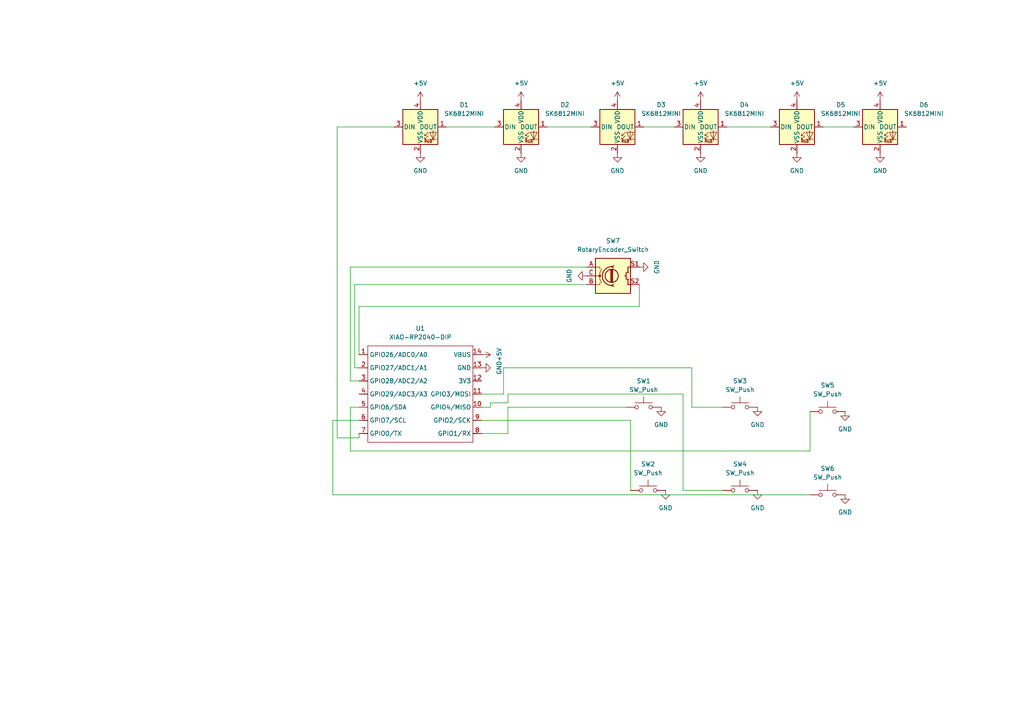
<source format=kicad_sch>
(kicad_sch
	(version 20250114)
	(generator "eeschema")
	(generator_version "9.0")
	(uuid "53675c4b-0890-4533-adab-22f878d48f80")
	(paper "A4")
	(lib_symbols
		(symbol "Device:RotaryEncoder_Switch"
			(pin_names
				(offset 0.254)
				(hide yes)
			)
			(exclude_from_sim no)
			(in_bom yes)
			(on_board yes)
			(property "Reference" "SW"
				(at 0 6.604 0)
				(effects
					(font
						(size 1.27 1.27)
					)
				)
			)
			(property "Value" "RotaryEncoder_Switch"
				(at 0 -6.604 0)
				(effects
					(font
						(size 1.27 1.27)
					)
				)
			)
			(property "Footprint" ""
				(at -3.81 4.064 0)
				(effects
					(font
						(size 1.27 1.27)
					)
					(hide yes)
				)
			)
			(property "Datasheet" "~"
				(at 0 6.604 0)
				(effects
					(font
						(size 1.27 1.27)
					)
					(hide yes)
				)
			)
			(property "Description" "Rotary encoder, dual channel, incremental quadrate outputs, with switch"
				(at 0 0 0)
				(effects
					(font
						(size 1.27 1.27)
					)
					(hide yes)
				)
			)
			(property "ki_keywords" "rotary switch encoder switch push button"
				(at 0 0 0)
				(effects
					(font
						(size 1.27 1.27)
					)
					(hide yes)
				)
			)
			(property "ki_fp_filters" "RotaryEncoder*Switch*"
				(at 0 0 0)
				(effects
					(font
						(size 1.27 1.27)
					)
					(hide yes)
				)
			)
			(symbol "RotaryEncoder_Switch_0_1"
				(rectangle
					(start -5.08 5.08)
					(end 5.08 -5.08)
					(stroke
						(width 0.254)
						(type default)
					)
					(fill
						(type background)
					)
				)
				(polyline
					(pts
						(xy -5.08 2.54) (xy -3.81 2.54) (xy -3.81 2.032)
					)
					(stroke
						(width 0)
						(type default)
					)
					(fill
						(type none)
					)
				)
				(polyline
					(pts
						(xy -5.08 0) (xy -3.81 0) (xy -3.81 -1.016) (xy -3.302 -2.032)
					)
					(stroke
						(width 0)
						(type default)
					)
					(fill
						(type none)
					)
				)
				(polyline
					(pts
						(xy -5.08 -2.54) (xy -3.81 -2.54) (xy -3.81 -2.032)
					)
					(stroke
						(width 0)
						(type default)
					)
					(fill
						(type none)
					)
				)
				(polyline
					(pts
						(xy -4.318 0) (xy -3.81 0) (xy -3.81 1.016) (xy -3.302 2.032)
					)
					(stroke
						(width 0)
						(type default)
					)
					(fill
						(type none)
					)
				)
				(circle
					(center -3.81 0)
					(radius 0.254)
					(stroke
						(width 0)
						(type default)
					)
					(fill
						(type outline)
					)
				)
				(polyline
					(pts
						(xy -0.635 -1.778) (xy -0.635 1.778)
					)
					(stroke
						(width 0.254)
						(type default)
					)
					(fill
						(type none)
					)
				)
				(circle
					(center -0.381 0)
					(radius 1.905)
					(stroke
						(width 0.254)
						(type default)
					)
					(fill
						(type none)
					)
				)
				(polyline
					(pts
						(xy -0.381 -1.778) (xy -0.381 1.778)
					)
					(stroke
						(width 0.254)
						(type default)
					)
					(fill
						(type none)
					)
				)
				(arc
					(start -0.381 -2.794)
					(mid -3.0988 -0.0635)
					(end -0.381 2.667)
					(stroke
						(width 0.254)
						(type default)
					)
					(fill
						(type none)
					)
				)
				(polyline
					(pts
						(xy -0.127 1.778) (xy -0.127 -1.778)
					)
					(stroke
						(width 0.254)
						(type default)
					)
					(fill
						(type none)
					)
				)
				(polyline
					(pts
						(xy 0.254 2.921) (xy -0.508 2.667) (xy 0.127 2.286)
					)
					(stroke
						(width 0.254)
						(type default)
					)
					(fill
						(type none)
					)
				)
				(polyline
					(pts
						(xy 0.254 -3.048) (xy -0.508 -2.794) (xy 0.127 -2.413)
					)
					(stroke
						(width 0.254)
						(type default)
					)
					(fill
						(type none)
					)
				)
				(polyline
					(pts
						(xy 3.81 1.016) (xy 3.81 -1.016)
					)
					(stroke
						(width 0.254)
						(type default)
					)
					(fill
						(type none)
					)
				)
				(polyline
					(pts
						(xy 3.81 0) (xy 3.429 0)
					)
					(stroke
						(width 0.254)
						(type default)
					)
					(fill
						(type none)
					)
				)
				(circle
					(center 4.318 1.016)
					(radius 0.127)
					(stroke
						(width 0.254)
						(type default)
					)
					(fill
						(type none)
					)
				)
				(circle
					(center 4.318 -1.016)
					(radius 0.127)
					(stroke
						(width 0.254)
						(type default)
					)
					(fill
						(type none)
					)
				)
				(polyline
					(pts
						(xy 5.08 2.54) (xy 4.318 2.54) (xy 4.318 1.016)
					)
					(stroke
						(width 0.254)
						(type default)
					)
					(fill
						(type none)
					)
				)
				(polyline
					(pts
						(xy 5.08 -2.54) (xy 4.318 -2.54) (xy 4.318 -1.016)
					)
					(stroke
						(width 0.254)
						(type default)
					)
					(fill
						(type none)
					)
				)
			)
			(symbol "RotaryEncoder_Switch_1_1"
				(pin passive line
					(at -7.62 2.54 0)
					(length 2.54)
					(name "A"
						(effects
							(font
								(size 1.27 1.27)
							)
						)
					)
					(number "A"
						(effects
							(font
								(size 1.27 1.27)
							)
						)
					)
				)
				(pin passive line
					(at -7.62 0 0)
					(length 2.54)
					(name "C"
						(effects
							(font
								(size 1.27 1.27)
							)
						)
					)
					(number "C"
						(effects
							(font
								(size 1.27 1.27)
							)
						)
					)
				)
				(pin passive line
					(at -7.62 -2.54 0)
					(length 2.54)
					(name "B"
						(effects
							(font
								(size 1.27 1.27)
							)
						)
					)
					(number "B"
						(effects
							(font
								(size 1.27 1.27)
							)
						)
					)
				)
				(pin passive line
					(at 7.62 2.54 180)
					(length 2.54)
					(name "S1"
						(effects
							(font
								(size 1.27 1.27)
							)
						)
					)
					(number "S1"
						(effects
							(font
								(size 1.27 1.27)
							)
						)
					)
				)
				(pin passive line
					(at 7.62 -2.54 180)
					(length 2.54)
					(name "S2"
						(effects
							(font
								(size 1.27 1.27)
							)
						)
					)
					(number "S2"
						(effects
							(font
								(size 1.27 1.27)
							)
						)
					)
				)
			)
			(embedded_fonts no)
		)
		(symbol "LED:SK6812MINI"
			(pin_names
				(offset 0.254)
			)
			(exclude_from_sim no)
			(in_bom yes)
			(on_board yes)
			(property "Reference" "D"
				(at 5.08 5.715 0)
				(effects
					(font
						(size 1.27 1.27)
					)
					(justify right bottom)
				)
			)
			(property "Value" "SK6812MINI"
				(at 1.27 -5.715 0)
				(effects
					(font
						(size 1.27 1.27)
					)
					(justify left top)
				)
			)
			(property "Footprint" "LED_SMD:LED_SK6812MINI_PLCC4_3.5x3.5mm_P1.75mm"
				(at 1.27 -7.62 0)
				(effects
					(font
						(size 1.27 1.27)
					)
					(justify left top)
					(hide yes)
				)
			)
			(property "Datasheet" "https://cdn-shop.adafruit.com/product-files/2686/SK6812MINI_REV.01-1-2.pdf"
				(at 2.54 -9.525 0)
				(effects
					(font
						(size 1.27 1.27)
					)
					(justify left top)
					(hide yes)
				)
			)
			(property "Description" "RGB LED with integrated controller"
				(at 0 0 0)
				(effects
					(font
						(size 1.27 1.27)
					)
					(hide yes)
				)
			)
			(property "ki_keywords" "RGB LED NeoPixel Mini addressable"
				(at 0 0 0)
				(effects
					(font
						(size 1.27 1.27)
					)
					(hide yes)
				)
			)
			(property "ki_fp_filters" "LED*SK6812MINI*PLCC*3.5x3.5mm*P1.75mm*"
				(at 0 0 0)
				(effects
					(font
						(size 1.27 1.27)
					)
					(hide yes)
				)
			)
			(symbol "SK6812MINI_0_0"
				(text "RGB"
					(at 2.286 -4.191 0)
					(effects
						(font
							(size 0.762 0.762)
						)
					)
				)
			)
			(symbol "SK6812MINI_0_1"
				(polyline
					(pts
						(xy 1.27 -2.54) (xy 1.778 -2.54)
					)
					(stroke
						(width 0)
						(type default)
					)
					(fill
						(type none)
					)
				)
				(polyline
					(pts
						(xy 1.27 -3.556) (xy 1.778 -3.556)
					)
					(stroke
						(width 0)
						(type default)
					)
					(fill
						(type none)
					)
				)
				(polyline
					(pts
						(xy 2.286 -1.524) (xy 1.27 -2.54) (xy 1.27 -2.032)
					)
					(stroke
						(width 0)
						(type default)
					)
					(fill
						(type none)
					)
				)
				(polyline
					(pts
						(xy 2.286 -2.54) (xy 1.27 -3.556) (xy 1.27 -3.048)
					)
					(stroke
						(width 0)
						(type default)
					)
					(fill
						(type none)
					)
				)
				(polyline
					(pts
						(xy 3.683 -1.016) (xy 3.683 -3.556) (xy 3.683 -4.064)
					)
					(stroke
						(width 0)
						(type default)
					)
					(fill
						(type none)
					)
				)
				(polyline
					(pts
						(xy 4.699 -1.524) (xy 2.667 -1.524) (xy 3.683 -3.556) (xy 4.699 -1.524)
					)
					(stroke
						(width 0)
						(type default)
					)
					(fill
						(type none)
					)
				)
				(polyline
					(pts
						(xy 4.699 -3.556) (xy 2.667 -3.556)
					)
					(stroke
						(width 0)
						(type default)
					)
					(fill
						(type none)
					)
				)
				(rectangle
					(start 5.08 5.08)
					(end -5.08 -5.08)
					(stroke
						(width 0.254)
						(type default)
					)
					(fill
						(type background)
					)
				)
			)
			(symbol "SK6812MINI_1_1"
				(pin input line
					(at -7.62 0 0)
					(length 2.54)
					(name "DIN"
						(effects
							(font
								(size 1.27 1.27)
							)
						)
					)
					(number "3"
						(effects
							(font
								(size 1.27 1.27)
							)
						)
					)
				)
				(pin power_in line
					(at 0 7.62 270)
					(length 2.54)
					(name "VDD"
						(effects
							(font
								(size 1.27 1.27)
							)
						)
					)
					(number "4"
						(effects
							(font
								(size 1.27 1.27)
							)
						)
					)
				)
				(pin power_in line
					(at 0 -7.62 90)
					(length 2.54)
					(name "VSS"
						(effects
							(font
								(size 1.27 1.27)
							)
						)
					)
					(number "2"
						(effects
							(font
								(size 1.27 1.27)
							)
						)
					)
				)
				(pin output line
					(at 7.62 0 180)
					(length 2.54)
					(name "DOUT"
						(effects
							(font
								(size 1.27 1.27)
							)
						)
					)
					(number "1"
						(effects
							(font
								(size 1.27 1.27)
							)
						)
					)
				)
			)
			(embedded_fonts no)
		)
		(symbol "Seeed_Studio_XIAO_Series:XIAO-RP2040-DIP"
			(exclude_from_sim no)
			(in_bom yes)
			(on_board yes)
			(property "Reference" "U"
				(at 0 0 0)
				(effects
					(font
						(size 1.27 1.27)
					)
				)
			)
			(property "Value" "XIAO-RP2040-DIP"
				(at 5.334 -1.778 0)
				(effects
					(font
						(size 1.27 1.27)
					)
				)
			)
			(property "Footprint" "Module:MOUDLE14P-XIAO-DIP-SMD"
				(at 14.478 -32.258 0)
				(effects
					(font
						(size 1.27 1.27)
					)
					(hide yes)
				)
			)
			(property "Datasheet" ""
				(at 0 0 0)
				(effects
					(font
						(size 1.27 1.27)
					)
					(hide yes)
				)
			)
			(property "Description" ""
				(at 0 0 0)
				(effects
					(font
						(size 1.27 1.27)
					)
					(hide yes)
				)
			)
			(symbol "XIAO-RP2040-DIP_1_0"
				(polyline
					(pts
						(xy -1.27 -2.54) (xy 29.21 -2.54)
					)
					(stroke
						(width 0.1524)
						(type solid)
					)
					(fill
						(type none)
					)
				)
				(polyline
					(pts
						(xy -1.27 -5.08) (xy -2.54 -5.08)
					)
					(stroke
						(width 0.1524)
						(type solid)
					)
					(fill
						(type none)
					)
				)
				(polyline
					(pts
						(xy -1.27 -5.08) (xy -1.27 -2.54)
					)
					(stroke
						(width 0.1524)
						(type solid)
					)
					(fill
						(type none)
					)
				)
				(polyline
					(pts
						(xy -1.27 -8.89) (xy -2.54 -8.89)
					)
					(stroke
						(width 0.1524)
						(type solid)
					)
					(fill
						(type none)
					)
				)
				(polyline
					(pts
						(xy -1.27 -8.89) (xy -1.27 -5.08)
					)
					(stroke
						(width 0.1524)
						(type solid)
					)
					(fill
						(type none)
					)
				)
				(polyline
					(pts
						(xy -1.27 -12.7) (xy -2.54 -12.7)
					)
					(stroke
						(width 0.1524)
						(type solid)
					)
					(fill
						(type none)
					)
				)
				(polyline
					(pts
						(xy -1.27 -12.7) (xy -1.27 -8.89)
					)
					(stroke
						(width 0.1524)
						(type solid)
					)
					(fill
						(type none)
					)
				)
				(polyline
					(pts
						(xy -1.27 -16.51) (xy -2.54 -16.51)
					)
					(stroke
						(width 0.1524)
						(type solid)
					)
					(fill
						(type none)
					)
				)
				(polyline
					(pts
						(xy -1.27 -16.51) (xy -1.27 -12.7)
					)
					(stroke
						(width 0.1524)
						(type solid)
					)
					(fill
						(type none)
					)
				)
				(polyline
					(pts
						(xy -1.27 -20.32) (xy -2.54 -20.32)
					)
					(stroke
						(width 0.1524)
						(type solid)
					)
					(fill
						(type none)
					)
				)
				(polyline
					(pts
						(xy -1.27 -24.13) (xy -2.54 -24.13)
					)
					(stroke
						(width 0.1524)
						(type solid)
					)
					(fill
						(type none)
					)
				)
				(polyline
					(pts
						(xy -1.27 -27.94) (xy -2.54 -27.94)
					)
					(stroke
						(width 0.1524)
						(type solid)
					)
					(fill
						(type none)
					)
				)
				(polyline
					(pts
						(xy -1.27 -30.48) (xy -1.27 -16.51)
					)
					(stroke
						(width 0.1524)
						(type solid)
					)
					(fill
						(type none)
					)
				)
				(polyline
					(pts
						(xy 29.21 -2.54) (xy 29.21 -5.08)
					)
					(stroke
						(width 0.1524)
						(type solid)
					)
					(fill
						(type none)
					)
				)
				(polyline
					(pts
						(xy 29.21 -5.08) (xy 29.21 -8.89)
					)
					(stroke
						(width 0.1524)
						(type solid)
					)
					(fill
						(type none)
					)
				)
				(polyline
					(pts
						(xy 29.21 -8.89) (xy 29.21 -12.7)
					)
					(stroke
						(width 0.1524)
						(type solid)
					)
					(fill
						(type none)
					)
				)
				(polyline
					(pts
						(xy 29.21 -12.7) (xy 29.21 -30.48)
					)
					(stroke
						(width 0.1524)
						(type solid)
					)
					(fill
						(type none)
					)
				)
				(polyline
					(pts
						(xy 29.21 -30.48) (xy -1.27 -30.48)
					)
					(stroke
						(width 0.1524)
						(type solid)
					)
					(fill
						(type none)
					)
				)
				(polyline
					(pts
						(xy 30.48 -5.08) (xy 29.21 -5.08)
					)
					(stroke
						(width 0.1524)
						(type solid)
					)
					(fill
						(type none)
					)
				)
				(polyline
					(pts
						(xy 30.48 -8.89) (xy 29.21 -8.89)
					)
					(stroke
						(width 0.1524)
						(type solid)
					)
					(fill
						(type none)
					)
				)
				(polyline
					(pts
						(xy 30.48 -12.7) (xy 29.21 -12.7)
					)
					(stroke
						(width 0.1524)
						(type solid)
					)
					(fill
						(type none)
					)
				)
				(polyline
					(pts
						(xy 30.48 -16.51) (xy 29.21 -16.51)
					)
					(stroke
						(width 0.1524)
						(type solid)
					)
					(fill
						(type none)
					)
				)
				(polyline
					(pts
						(xy 30.48 -20.32) (xy 29.21 -20.32)
					)
					(stroke
						(width 0.1524)
						(type solid)
					)
					(fill
						(type none)
					)
				)
				(polyline
					(pts
						(xy 30.48 -24.13) (xy 29.21 -24.13)
					)
					(stroke
						(width 0.1524)
						(type solid)
					)
					(fill
						(type none)
					)
				)
				(polyline
					(pts
						(xy 30.48 -27.94) (xy 29.21 -27.94)
					)
					(stroke
						(width 0.1524)
						(type solid)
					)
					(fill
						(type none)
					)
				)
				(pin passive line
					(at -3.81 -5.08 0)
					(length 2.54)
					(name "GPIO26/ADC0/A0"
						(effects
							(font
								(size 1.27 1.27)
							)
						)
					)
					(number "1"
						(effects
							(font
								(size 1.27 1.27)
							)
						)
					)
				)
				(pin passive line
					(at -3.81 -8.89 0)
					(length 2.54)
					(name "GPIO27/ADC1/A1"
						(effects
							(font
								(size 1.27 1.27)
							)
						)
					)
					(number "2"
						(effects
							(font
								(size 1.27 1.27)
							)
						)
					)
				)
				(pin passive line
					(at -3.81 -12.7 0)
					(length 2.54)
					(name "GPIO28/ADC2/A2"
						(effects
							(font
								(size 1.27 1.27)
							)
						)
					)
					(number "3"
						(effects
							(font
								(size 1.27 1.27)
							)
						)
					)
				)
				(pin passive line
					(at -3.81 -16.51 0)
					(length 2.54)
					(name "GPIO29/ADC3/A3"
						(effects
							(font
								(size 1.27 1.27)
							)
						)
					)
					(number "4"
						(effects
							(font
								(size 1.27 1.27)
							)
						)
					)
				)
				(pin passive line
					(at -3.81 -20.32 0)
					(length 2.54)
					(name "GPIO6/SDA"
						(effects
							(font
								(size 1.27 1.27)
							)
						)
					)
					(number "5"
						(effects
							(font
								(size 1.27 1.27)
							)
						)
					)
				)
				(pin passive line
					(at -3.81 -24.13 0)
					(length 2.54)
					(name "GPIO7/SCL"
						(effects
							(font
								(size 1.27 1.27)
							)
						)
					)
					(number "6"
						(effects
							(font
								(size 1.27 1.27)
							)
						)
					)
				)
				(pin passive line
					(at -3.81 -27.94 0)
					(length 2.54)
					(name "GPIO0/TX"
						(effects
							(font
								(size 1.27 1.27)
							)
						)
					)
					(number "7"
						(effects
							(font
								(size 1.27 1.27)
							)
						)
					)
				)
				(pin passive line
					(at 31.75 -5.08 180)
					(length 2.54)
					(name "VBUS"
						(effects
							(font
								(size 1.27 1.27)
							)
						)
					)
					(number "14"
						(effects
							(font
								(size 1.27 1.27)
							)
						)
					)
				)
				(pin passive line
					(at 31.75 -8.89 180)
					(length 2.54)
					(name "GND"
						(effects
							(font
								(size 1.27 1.27)
							)
						)
					)
					(number "13"
						(effects
							(font
								(size 1.27 1.27)
							)
						)
					)
				)
				(pin passive line
					(at 31.75 -12.7 180)
					(length 2.54)
					(name "3V3"
						(effects
							(font
								(size 1.27 1.27)
							)
						)
					)
					(number "12"
						(effects
							(font
								(size 1.27 1.27)
							)
						)
					)
				)
				(pin passive line
					(at 31.75 -16.51 180)
					(length 2.54)
					(name "GPIO3/MOSI"
						(effects
							(font
								(size 1.27 1.27)
							)
						)
					)
					(number "11"
						(effects
							(font
								(size 1.27 1.27)
							)
						)
					)
				)
				(pin passive line
					(at 31.75 -20.32 180)
					(length 2.54)
					(name "GPIO4/MISO"
						(effects
							(font
								(size 1.27 1.27)
							)
						)
					)
					(number "10"
						(effects
							(font
								(size 1.27 1.27)
							)
						)
					)
				)
				(pin passive line
					(at 31.75 -24.13 180)
					(length 2.54)
					(name "GPIO2/SCK"
						(effects
							(font
								(size 1.27 1.27)
							)
						)
					)
					(number "9"
						(effects
							(font
								(size 1.27 1.27)
							)
						)
					)
				)
				(pin passive line
					(at 31.75 -27.94 180)
					(length 2.54)
					(name "GPIO1/RX"
						(effects
							(font
								(size 1.27 1.27)
							)
						)
					)
					(number "8"
						(effects
							(font
								(size 1.27 1.27)
							)
						)
					)
				)
			)
			(embedded_fonts no)
		)
		(symbol "Switch:SW_Push"
			(pin_numbers
				(hide yes)
			)
			(pin_names
				(offset 1.016)
				(hide yes)
			)
			(exclude_from_sim no)
			(in_bom yes)
			(on_board yes)
			(property "Reference" "SW"
				(at 1.27 2.54 0)
				(effects
					(font
						(size 1.27 1.27)
					)
					(justify left)
				)
			)
			(property "Value" "SW_Push"
				(at 0 -1.524 0)
				(effects
					(font
						(size 1.27 1.27)
					)
				)
			)
			(property "Footprint" ""
				(at 0 5.08 0)
				(effects
					(font
						(size 1.27 1.27)
					)
					(hide yes)
				)
			)
			(property "Datasheet" "~"
				(at 0 5.08 0)
				(effects
					(font
						(size 1.27 1.27)
					)
					(hide yes)
				)
			)
			(property "Description" "Push button switch, generic, two pins"
				(at 0 0 0)
				(effects
					(font
						(size 1.27 1.27)
					)
					(hide yes)
				)
			)
			(property "ki_keywords" "switch normally-open pushbutton push-button"
				(at 0 0 0)
				(effects
					(font
						(size 1.27 1.27)
					)
					(hide yes)
				)
			)
			(symbol "SW_Push_0_1"
				(circle
					(center -2.032 0)
					(radius 0.508)
					(stroke
						(width 0)
						(type default)
					)
					(fill
						(type none)
					)
				)
				(polyline
					(pts
						(xy 0 1.27) (xy 0 3.048)
					)
					(stroke
						(width 0)
						(type default)
					)
					(fill
						(type none)
					)
				)
				(circle
					(center 2.032 0)
					(radius 0.508)
					(stroke
						(width 0)
						(type default)
					)
					(fill
						(type none)
					)
				)
				(polyline
					(pts
						(xy 2.54 1.27) (xy -2.54 1.27)
					)
					(stroke
						(width 0)
						(type default)
					)
					(fill
						(type none)
					)
				)
				(pin passive line
					(at -5.08 0 0)
					(length 2.54)
					(name "1"
						(effects
							(font
								(size 1.27 1.27)
							)
						)
					)
					(number "1"
						(effects
							(font
								(size 1.27 1.27)
							)
						)
					)
				)
				(pin passive line
					(at 5.08 0 180)
					(length 2.54)
					(name "2"
						(effects
							(font
								(size 1.27 1.27)
							)
						)
					)
					(number "2"
						(effects
							(font
								(size 1.27 1.27)
							)
						)
					)
				)
			)
			(embedded_fonts no)
		)
		(symbol "power:+5V"
			(power)
			(pin_numbers
				(hide yes)
			)
			(pin_names
				(offset 0)
				(hide yes)
			)
			(exclude_from_sim no)
			(in_bom yes)
			(on_board yes)
			(property "Reference" "#PWR"
				(at 0 -3.81 0)
				(effects
					(font
						(size 1.27 1.27)
					)
					(hide yes)
				)
			)
			(property "Value" "+5V"
				(at 0 3.556 0)
				(effects
					(font
						(size 1.27 1.27)
					)
				)
			)
			(property "Footprint" ""
				(at 0 0 0)
				(effects
					(font
						(size 1.27 1.27)
					)
					(hide yes)
				)
			)
			(property "Datasheet" ""
				(at 0 0 0)
				(effects
					(font
						(size 1.27 1.27)
					)
					(hide yes)
				)
			)
			(property "Description" "Power symbol creates a global label with name \"+5V\""
				(at 0 0 0)
				(effects
					(font
						(size 1.27 1.27)
					)
					(hide yes)
				)
			)
			(property "ki_keywords" "global power"
				(at 0 0 0)
				(effects
					(font
						(size 1.27 1.27)
					)
					(hide yes)
				)
			)
			(symbol "+5V_0_1"
				(polyline
					(pts
						(xy -0.762 1.27) (xy 0 2.54)
					)
					(stroke
						(width 0)
						(type default)
					)
					(fill
						(type none)
					)
				)
				(polyline
					(pts
						(xy 0 2.54) (xy 0.762 1.27)
					)
					(stroke
						(width 0)
						(type default)
					)
					(fill
						(type none)
					)
				)
				(polyline
					(pts
						(xy 0 0) (xy 0 2.54)
					)
					(stroke
						(width 0)
						(type default)
					)
					(fill
						(type none)
					)
				)
			)
			(symbol "+5V_1_1"
				(pin power_in line
					(at 0 0 90)
					(length 0)
					(name "~"
						(effects
							(font
								(size 1.27 1.27)
							)
						)
					)
					(number "1"
						(effects
							(font
								(size 1.27 1.27)
							)
						)
					)
				)
			)
			(embedded_fonts no)
		)
		(symbol "power:GND"
			(power)
			(pin_numbers
				(hide yes)
			)
			(pin_names
				(offset 0)
				(hide yes)
			)
			(exclude_from_sim no)
			(in_bom yes)
			(on_board yes)
			(property "Reference" "#PWR"
				(at 0 -6.35 0)
				(effects
					(font
						(size 1.27 1.27)
					)
					(hide yes)
				)
			)
			(property "Value" "GND"
				(at 0 -3.81 0)
				(effects
					(font
						(size 1.27 1.27)
					)
				)
			)
			(property "Footprint" ""
				(at 0 0 0)
				(effects
					(font
						(size 1.27 1.27)
					)
					(hide yes)
				)
			)
			(property "Datasheet" ""
				(at 0 0 0)
				(effects
					(font
						(size 1.27 1.27)
					)
					(hide yes)
				)
			)
			(property "Description" "Power symbol creates a global label with name \"GND\" , ground"
				(at 0 0 0)
				(effects
					(font
						(size 1.27 1.27)
					)
					(hide yes)
				)
			)
			(property "ki_keywords" "global power"
				(at 0 0 0)
				(effects
					(font
						(size 1.27 1.27)
					)
					(hide yes)
				)
			)
			(symbol "GND_0_1"
				(polyline
					(pts
						(xy 0 0) (xy 0 -1.27) (xy 1.27 -1.27) (xy 0 -2.54) (xy -1.27 -1.27) (xy 0 -1.27)
					)
					(stroke
						(width 0)
						(type default)
					)
					(fill
						(type none)
					)
				)
			)
			(symbol "GND_1_1"
				(pin power_in line
					(at 0 0 270)
					(length 0)
					(name "~"
						(effects
							(font
								(size 1.27 1.27)
							)
						)
					)
					(number "1"
						(effects
							(font
								(size 1.27 1.27)
							)
						)
					)
				)
			)
			(embedded_fonts no)
		)
	)
	(wire
		(pts
			(xy 96.52 121.92) (xy 104.14 121.92)
		)
		(stroke
			(width 0)
			(type default)
		)
		(uuid "0156ec60-017a-4c41-b4a3-9fc0479e3962")
	)
	(wire
		(pts
			(xy 158.75 36.83) (xy 171.45 36.83)
		)
		(stroke
			(width 0)
			(type default)
		)
		(uuid "070a9e5c-54b9-47df-93c8-1f5dd3f357ef")
	)
	(wire
		(pts
			(xy 234.95 119.38) (xy 234.95 130.81)
		)
		(stroke
			(width 0)
			(type default)
		)
		(uuid "0f5cbd7f-690a-417f-9850-ee3d7dc193ff")
	)
	(wire
		(pts
			(xy 185.42 82.55) (xy 185.42 88.9)
		)
		(stroke
			(width 0)
			(type default)
		)
		(uuid "10ea788f-98f3-404e-ac6e-0fdba5701fb1")
	)
	(wire
		(pts
			(xy 101.6 130.81) (xy 101.6 118.11)
		)
		(stroke
			(width 0)
			(type default)
		)
		(uuid "1948c79f-57ba-4ff9-bec2-eedde32ef110")
	)
	(wire
		(pts
			(xy 104.14 127) (xy 104.14 125.73)
		)
		(stroke
			(width 0)
			(type default)
		)
		(uuid "2d7f4252-6a29-43ca-83ce-7a05ac90aaf6")
	)
	(wire
		(pts
			(xy 97.79 127) (xy 104.14 127)
		)
		(stroke
			(width 0)
			(type default)
		)
		(uuid "30cb491b-06ff-4a9d-bb8d-717e3879899b")
	)
	(wire
		(pts
			(xy 200.66 106.68) (xy 146.05 106.68)
		)
		(stroke
			(width 0)
			(type default)
		)
		(uuid "329c6afe-76b5-4fd2-9ffb-794a9f67d0e0")
	)
	(wire
		(pts
			(xy 114.3 36.83) (xy 97.79 36.83)
		)
		(stroke
			(width 0)
			(type default)
		)
		(uuid "3430faf8-0a48-4667-bfda-4c8ce1b509bb")
	)
	(wire
		(pts
			(xy 147.32 116.84) (xy 142.24 116.84)
		)
		(stroke
			(width 0)
			(type default)
		)
		(uuid "3cc80c04-45c0-4afe-ad10-d4517f206976")
	)
	(wire
		(pts
			(xy 147.32 118.11) (xy 147.32 125.73)
		)
		(stroke
			(width 0)
			(type default)
		)
		(uuid "477996fa-c33a-4a59-8e0f-7f7e1d69b95d")
	)
	(wire
		(pts
			(xy 102.87 106.68) (xy 104.14 106.68)
		)
		(stroke
			(width 0)
			(type default)
		)
		(uuid "54f5dad8-2962-4451-b028-ca1111f5d8f9")
	)
	(wire
		(pts
			(xy 170.18 77.47) (xy 101.6 77.47)
		)
		(stroke
			(width 0)
			(type default)
		)
		(uuid "67a6b08e-623b-4895-bbd3-c38af1b1dd44")
	)
	(wire
		(pts
			(xy 146.05 106.68) (xy 146.05 114.3)
		)
		(stroke
			(width 0)
			(type default)
		)
		(uuid "6ef431b2-2401-41fc-9780-a76115dde90d")
	)
	(wire
		(pts
			(xy 147.32 125.73) (xy 139.7 125.73)
		)
		(stroke
			(width 0)
			(type default)
		)
		(uuid "76a2d52d-b69c-4998-b055-b72bc201a1aa")
	)
	(wire
		(pts
			(xy 96.52 143.51) (xy 96.52 121.92)
		)
		(stroke
			(width 0)
			(type default)
		)
		(uuid "80e01c4b-78cd-458e-90f4-a3624ce60711")
	)
	(wire
		(pts
			(xy 234.95 130.81) (xy 101.6 130.81)
		)
		(stroke
			(width 0)
			(type default)
		)
		(uuid "8b85b193-882c-416f-af9a-2549a6c069b4")
	)
	(wire
		(pts
			(xy 101.6 118.11) (xy 104.14 118.11)
		)
		(stroke
			(width 0)
			(type default)
		)
		(uuid "8e10f505-3533-4b65-98bb-06fc63bcc92e")
	)
	(wire
		(pts
			(xy 238.76 36.83) (xy 247.65 36.83)
		)
		(stroke
			(width 0)
			(type default)
		)
		(uuid "9018910f-4bc5-4d3f-a270-4f91f4fe122e")
	)
	(wire
		(pts
			(xy 142.24 118.11) (xy 139.7 118.11)
		)
		(stroke
			(width 0)
			(type default)
		)
		(uuid "91802914-49f6-4d18-b1df-f72744adf61f")
	)
	(wire
		(pts
			(xy 198.12 142.24) (xy 198.12 114.3)
		)
		(stroke
			(width 0)
			(type default)
		)
		(uuid "91c33b3f-c610-4522-8f08-2b8f3aebe942")
	)
	(wire
		(pts
			(xy 234.95 143.51) (xy 96.52 143.51)
		)
		(stroke
			(width 0)
			(type default)
		)
		(uuid "96fcb02a-2c95-4ef3-8be5-ac022141ec15")
	)
	(wire
		(pts
			(xy 186.69 36.83) (xy 195.58 36.83)
		)
		(stroke
			(width 0)
			(type default)
		)
		(uuid "99df1fb8-ed3d-4064-9b15-06418f722f5b")
	)
	(wire
		(pts
			(xy 104.14 88.9) (xy 104.14 102.87)
		)
		(stroke
			(width 0)
			(type default)
		)
		(uuid "a45c7452-e945-4b6b-a655-97fde7719ad4")
	)
	(wire
		(pts
			(xy 147.32 114.3) (xy 198.12 114.3)
		)
		(stroke
			(width 0)
			(type default)
		)
		(uuid "a5195346-001d-4c51-b5bb-bd6663309c62")
	)
	(wire
		(pts
			(xy 182.88 142.24) (xy 182.88 121.92)
		)
		(stroke
			(width 0)
			(type default)
		)
		(uuid "a84189bc-b004-4461-9838-e3422861d4e4")
	)
	(wire
		(pts
			(xy 146.05 114.3) (xy 139.7 114.3)
		)
		(stroke
			(width 0)
			(type default)
		)
		(uuid "a94c1abf-e4b8-4189-8de5-afa5e2db9c76")
	)
	(wire
		(pts
			(xy 102.87 82.55) (xy 102.87 106.68)
		)
		(stroke
			(width 0)
			(type default)
		)
		(uuid "a9a4fe92-cea9-4b0e-8031-ddde8916f041")
	)
	(wire
		(pts
			(xy 181.61 118.11) (xy 147.32 118.11)
		)
		(stroke
			(width 0)
			(type default)
		)
		(uuid "a9b712c1-60a8-4241-b58b-7f7a9a4e217a")
	)
	(wire
		(pts
			(xy 210.82 36.83) (xy 223.52 36.83)
		)
		(stroke
			(width 0)
			(type default)
		)
		(uuid "b195cf86-621f-4d3f-812e-ac002fa19542")
	)
	(wire
		(pts
			(xy 101.6 110.49) (xy 104.14 110.49)
		)
		(stroke
			(width 0)
			(type default)
		)
		(uuid "b75e27f6-5192-4fa4-ab0e-3bdb8d48a466")
	)
	(wire
		(pts
			(xy 185.42 88.9) (xy 104.14 88.9)
		)
		(stroke
			(width 0)
			(type default)
		)
		(uuid "b790abf2-3056-4327-ac78-2a674a6063fa")
	)
	(wire
		(pts
			(xy 200.66 118.11) (xy 200.66 106.68)
		)
		(stroke
			(width 0)
			(type default)
		)
		(uuid "c3601224-7e80-475d-b2c2-31464495bc89")
	)
	(wire
		(pts
			(xy 209.55 142.24) (xy 198.12 142.24)
		)
		(stroke
			(width 0)
			(type default)
		)
		(uuid "c5834a7c-6b85-477d-803a-0ef72e71eb79")
	)
	(wire
		(pts
			(xy 101.6 77.47) (xy 101.6 110.49)
		)
		(stroke
			(width 0)
			(type default)
		)
		(uuid "cbd1cfdd-6043-4d06-ae7f-fca8528d2cfd")
	)
	(wire
		(pts
			(xy 129.54 36.83) (xy 143.51 36.83)
		)
		(stroke
			(width 0)
			(type default)
		)
		(uuid "cbf02c7c-86da-4e3f-8243-7df1e6959d4c")
	)
	(wire
		(pts
			(xy 170.18 82.55) (xy 102.87 82.55)
		)
		(stroke
			(width 0)
			(type default)
		)
		(uuid "cc537d87-eef1-4d3c-86b6-920ac75e2af0")
	)
	(wire
		(pts
			(xy 209.55 118.11) (xy 200.66 118.11)
		)
		(stroke
			(width 0)
			(type default)
		)
		(uuid "d1b47757-b652-4b8e-9ed2-cb3813f2aa09")
	)
	(wire
		(pts
			(xy 147.32 114.3) (xy 147.32 116.84)
		)
		(stroke
			(width 0)
			(type default)
		)
		(uuid "e003721a-3380-4252-8866-d9b7eedc195c")
	)
	(wire
		(pts
			(xy 182.88 121.92) (xy 139.7 121.92)
		)
		(stroke
			(width 0)
			(type default)
		)
		(uuid "e6f045ce-bded-4646-a6b9-27a2f3208343")
	)
	(wire
		(pts
			(xy 97.79 36.83) (xy 97.79 127)
		)
		(stroke
			(width 0)
			(type default)
		)
		(uuid "f19e6955-40de-49cd-801e-64f821acfc9e")
	)
	(wire
		(pts
			(xy 142.24 116.84) (xy 142.24 118.11)
		)
		(stroke
			(width 0)
			(type default)
		)
		(uuid "f58679b6-1172-47f7-8e69-42bfdf1b03d0")
	)
	(symbol
		(lib_id "Seeed_Studio_XIAO_Series:XIAO-RP2040-DIP")
		(at 107.95 97.79 0)
		(unit 1)
		(exclude_from_sim no)
		(in_bom yes)
		(on_board yes)
		(dnp no)
		(fields_autoplaced yes)
		(uuid "0c85015d-ad4d-419b-b264-905d82c52773")
		(property "Reference" "U1"
			(at 121.92 95.25 0)
			(effects
				(font
					(size 1.27 1.27)
				)
			)
		)
		(property "Value" "XIAO-RP2040-DIP"
			(at 121.92 97.79 0)
			(effects
				(font
					(size 1.27 1.27)
				)
			)
		)
		(property "Footprint" "RF_Module:MCU_Seeed_ESP32C3"
			(at 122.428 130.048 0)
			(effects
				(font
					(size 1.27 1.27)
				)
				(hide yes)
			)
		)
		(property "Datasheet" ""
			(at 107.95 97.79 0)
			(effects
				(font
					(size 1.27 1.27)
				)
				(hide yes)
			)
		)
		(property "Description" ""
			(at 107.95 97.79 0)
			(effects
				(font
					(size 1.27 1.27)
				)
				(hide yes)
			)
		)
		(pin "7"
			(uuid "7765d5bf-97da-4ee1-a36d-51ecee1d2627")
		)
		(pin "14"
			(uuid "297c3e21-9347-4112-95dd-0452ea32a4b1")
		)
		(pin "2"
			(uuid "5830e902-460d-4f98-930d-af50298286ac")
		)
		(pin "1"
			(uuid "76f5054b-a50c-4cd0-b96c-57fa52c71a29")
		)
		(pin "13"
			(uuid "07e05463-7318-4181-b112-19a1add2d58f")
		)
		(pin "12"
			(uuid "f8e4b314-e8c3-4789-aab1-8410c8a68dbc")
		)
		(pin "11"
			(uuid "bb87931c-f366-41e9-9740-8ee955a417cf")
		)
		(pin "10"
			(uuid "ecb73958-e460-47be-97a5-828dcd468402")
		)
		(pin "9"
			(uuid "9529fd22-c638-44af-97ed-c5e6393243de")
		)
		(pin "8"
			(uuid "38d41bdf-a169-4e49-a57b-a4a5ac340519")
		)
		(pin "3"
			(uuid "cb6854b2-f572-460a-9b18-99248abd1b9e")
		)
		(pin "4"
			(uuid "157cfe94-54d8-4c59-94a2-37676c460288")
		)
		(pin "5"
			(uuid "8bf58f36-3d13-4c60-b719-a11c9aaddbd0")
		)
		(pin "6"
			(uuid "a0a1995e-69b6-4e38-8b98-a36ba51f7f0e")
		)
		(instances
			(project ""
				(path "/53675c4b-0890-4533-adab-22f878d48f80"
					(reference "U1")
					(unit 1)
				)
			)
		)
	)
	(symbol
		(lib_id "Switch:SW_Push")
		(at 214.63 142.24 0)
		(unit 1)
		(exclude_from_sim no)
		(in_bom yes)
		(on_board yes)
		(dnp no)
		(fields_autoplaced yes)
		(uuid "0e513137-095b-479d-a95e-d554686b97c1")
		(property "Reference" "SW4"
			(at 214.63 134.62 0)
			(effects
				(font
					(size 1.27 1.27)
				)
			)
		)
		(property "Value" "SW_Push"
			(at 214.63 137.16 0)
			(effects
				(font
					(size 1.27 1.27)
				)
			)
		)
		(property "Footprint" "Button_Switch_Keyboard:SW_Cherry_MX_1.00u_PCB"
			(at 214.63 137.16 0)
			(effects
				(font
					(size 1.27 1.27)
				)
				(hide yes)
			)
		)
		(property "Datasheet" "~"
			(at 214.63 137.16 0)
			(effects
				(font
					(size 1.27 1.27)
				)
				(hide yes)
			)
		)
		(property "Description" "Push button switch, generic, two pins"
			(at 214.63 142.24 0)
			(effects
				(font
					(size 1.27 1.27)
				)
				(hide yes)
			)
		)
		(pin "2"
			(uuid "c660bfa6-4f84-4a42-ae2d-4b470c5ed9fc")
		)
		(pin "1"
			(uuid "69fe88ef-ad3e-41d6-8d4a-f9e97092644a")
		)
		(instances
			(project "Macropad"
				(path "/53675c4b-0890-4533-adab-22f878d48f80"
					(reference "SW4")
					(unit 1)
				)
			)
		)
	)
	(symbol
		(lib_id "power:GND")
		(at 191.77 118.11 0)
		(unit 1)
		(exclude_from_sim no)
		(in_bom yes)
		(on_board yes)
		(dnp no)
		(fields_autoplaced yes)
		(uuid "1907bba9-ce7e-4d88-a917-7fb979e02020")
		(property "Reference" "#PWR03"
			(at 191.77 124.46 0)
			(effects
				(font
					(size 1.27 1.27)
				)
				(hide yes)
			)
		)
		(property "Value" "GND"
			(at 191.77 123.19 0)
			(effects
				(font
					(size 1.27 1.27)
				)
			)
		)
		(property "Footprint" ""
			(at 191.77 118.11 0)
			(effects
				(font
					(size 1.27 1.27)
				)
				(hide yes)
			)
		)
		(property "Datasheet" ""
			(at 191.77 118.11 0)
			(effects
				(font
					(size 1.27 1.27)
				)
				(hide yes)
			)
		)
		(property "Description" "Power symbol creates a global label with name \"GND\" , ground"
			(at 191.77 118.11 0)
			(effects
				(font
					(size 1.27 1.27)
				)
				(hide yes)
			)
		)
		(pin "1"
			(uuid "8746a315-894e-48da-a4c2-ce447b1d26e7")
		)
		(instances
			(project ""
				(path "/53675c4b-0890-4533-adab-22f878d48f80"
					(reference "#PWR03")
					(unit 1)
				)
			)
		)
	)
	(symbol
		(lib_id "power:+5V")
		(at 203.2 29.21 0)
		(unit 1)
		(exclude_from_sim no)
		(in_bom yes)
		(on_board yes)
		(dnp no)
		(fields_autoplaced yes)
		(uuid "1fcc3c3b-4d40-4508-930b-f0a3c4dc40d2")
		(property "Reference" "#PWR08"
			(at 203.2 33.02 0)
			(effects
				(font
					(size 1.27 1.27)
				)
				(hide yes)
			)
		)
		(property "Value" "+5V"
			(at 203.2 24.13 0)
			(effects
				(font
					(size 1.27 1.27)
				)
			)
		)
		(property "Footprint" ""
			(at 203.2 29.21 0)
			(effects
				(font
					(size 1.27 1.27)
				)
				(hide yes)
			)
		)
		(property "Datasheet" ""
			(at 203.2 29.21 0)
			(effects
				(font
					(size 1.27 1.27)
				)
				(hide yes)
			)
		)
		(property "Description" "Power symbol creates a global label with name \"+5V\""
			(at 203.2 29.21 0)
			(effects
				(font
					(size 1.27 1.27)
				)
				(hide yes)
			)
		)
		(pin "1"
			(uuid "004045df-ea16-4ef9-95f7-6d8b9edc8f0c")
		)
		(instances
			(project "Macropad"
				(path "/53675c4b-0890-4533-adab-22f878d48f80"
					(reference "#PWR08")
					(unit 1)
				)
			)
		)
	)
	(symbol
		(lib_id "power:+5V")
		(at 139.7 102.87 270)
		(unit 1)
		(exclude_from_sim no)
		(in_bom yes)
		(on_board yes)
		(dnp no)
		(fields_autoplaced yes)
		(uuid "21f814aa-dad9-4d86-a14d-9b798408a99c")
		(property "Reference" "#PWR022"
			(at 135.89 102.87 0)
			(effects
				(font
					(size 1.27 1.27)
				)
				(hide yes)
			)
		)
		(property "Value" "+5V"
			(at 144.78 102.87 0)
			(effects
				(font
					(size 1.27 1.27)
				)
			)
		)
		(property "Footprint" ""
			(at 139.7 102.87 0)
			(effects
				(font
					(size 1.27 1.27)
				)
				(hide yes)
			)
		)
		(property "Datasheet" ""
			(at 139.7 102.87 0)
			(effects
				(font
					(size 1.27 1.27)
				)
				(hide yes)
			)
		)
		(property "Description" "Power symbol creates a global label with name \"+5V\""
			(at 139.7 102.87 0)
			(effects
				(font
					(size 1.27 1.27)
				)
				(hide yes)
			)
		)
		(pin "1"
			(uuid "b0bb5931-bf46-447c-b3ce-df10c9db5792")
		)
		(instances
			(project ""
				(path "/53675c4b-0890-4533-adab-22f878d48f80"
					(reference "#PWR022")
					(unit 1)
				)
			)
		)
	)
	(symbol
		(lib_id "power:+5V")
		(at 179.07 29.21 0)
		(unit 1)
		(exclude_from_sim no)
		(in_bom yes)
		(on_board yes)
		(dnp no)
		(fields_autoplaced yes)
		(uuid "2d065f6f-5893-4b3a-b91b-a354cd1a70af")
		(property "Reference" "#PWR06"
			(at 179.07 33.02 0)
			(effects
				(font
					(size 1.27 1.27)
				)
				(hide yes)
			)
		)
		(property "Value" "+5V"
			(at 179.07 24.13 0)
			(effects
				(font
					(size 1.27 1.27)
				)
			)
		)
		(property "Footprint" ""
			(at 179.07 29.21 0)
			(effects
				(font
					(size 1.27 1.27)
				)
				(hide yes)
			)
		)
		(property "Datasheet" ""
			(at 179.07 29.21 0)
			(effects
				(font
					(size 1.27 1.27)
				)
				(hide yes)
			)
		)
		(property "Description" "Power symbol creates a global label with name \"+5V\""
			(at 179.07 29.21 0)
			(effects
				(font
					(size 1.27 1.27)
				)
				(hide yes)
			)
		)
		(pin "1"
			(uuid "c12e00ab-d716-40b3-b70f-7e4c40d29c31")
		)
		(instances
			(project "Macropad"
				(path "/53675c4b-0890-4533-adab-22f878d48f80"
					(reference "#PWR06")
					(unit 1)
				)
			)
		)
	)
	(symbol
		(lib_id "Switch:SW_Push")
		(at 187.96 142.24 0)
		(unit 1)
		(exclude_from_sim no)
		(in_bom yes)
		(on_board yes)
		(dnp no)
		(fields_autoplaced yes)
		(uuid "314f0304-393f-4cbb-8aa1-237b013cbac0")
		(property "Reference" "SW2"
			(at 187.96 134.62 0)
			(effects
				(font
					(size 1.27 1.27)
				)
			)
		)
		(property "Value" "SW_Push"
			(at 187.96 137.16 0)
			(effects
				(font
					(size 1.27 1.27)
				)
			)
		)
		(property "Footprint" "Button_Switch_Keyboard:SW_Cherry_MX_1.00u_PCB"
			(at 187.96 137.16 0)
			(effects
				(font
					(size 1.27 1.27)
				)
				(hide yes)
			)
		)
		(property "Datasheet" "~"
			(at 187.96 137.16 0)
			(effects
				(font
					(size 1.27 1.27)
				)
				(hide yes)
			)
		)
		(property "Description" "Push button switch, generic, two pins"
			(at 187.96 142.24 0)
			(effects
				(font
					(size 1.27 1.27)
				)
				(hide yes)
			)
		)
		(pin "2"
			(uuid "1f9bc85b-6ee6-435b-980d-1a8f4418f803")
		)
		(pin "1"
			(uuid "792e40eb-59da-454d-bbac-f6ee84ef70eb")
		)
		(instances
			(project "Macropad"
				(path "/53675c4b-0890-4533-adab-22f878d48f80"
					(reference "SW2")
					(unit 1)
				)
			)
		)
	)
	(symbol
		(lib_id "LED:SK6812MINI")
		(at 179.07 36.83 0)
		(unit 1)
		(exclude_from_sim no)
		(in_bom yes)
		(on_board yes)
		(dnp no)
		(fields_autoplaced yes)
		(uuid "31b87cf0-f101-443d-8b4a-35f4fa13d063")
		(property "Reference" "D3"
			(at 191.77 30.4098 0)
			(effects
				(font
					(size 1.27 1.27)
				)
			)
		)
		(property "Value" "SK6812MINI"
			(at 191.77 32.9498 0)
			(effects
				(font
					(size 1.27 1.27)
				)
			)
		)
		(property "Footprint" "LED_SMD:LED_SK6812MINI_PLCC4_3.5x3.5mm_P1.75mm"
			(at 180.34 44.45 0)
			(effects
				(font
					(size 1.27 1.27)
				)
				(justify left top)
				(hide yes)
			)
		)
		(property "Datasheet" "https://cdn-shop.adafruit.com/product-files/2686/SK6812MINI_REV.01-1-2.pdf"
			(at 181.61 46.355 0)
			(effects
				(font
					(size 1.27 1.27)
				)
				(justify left top)
				(hide yes)
			)
		)
		(property "Description" "RGB LED with integrated controller"
			(at 179.07 36.83 0)
			(effects
				(font
					(size 1.27 1.27)
				)
				(hide yes)
			)
		)
		(pin "2"
			(uuid "33844cb8-da33-4817-9428-03c9727f3129")
		)
		(pin "1"
			(uuid "e7006a74-d16a-4276-89f7-cd749f926ff7")
		)
		(pin "4"
			(uuid "a21335b2-960a-44e9-841a-097669e92acb")
		)
		(pin "3"
			(uuid "03ca3a3d-18e3-46d1-862f-0e261e592974")
		)
		(instances
			(project "Macropad"
				(path "/53675c4b-0890-4533-adab-22f878d48f80"
					(reference "D3")
					(unit 1)
				)
			)
		)
	)
	(symbol
		(lib_id "Switch:SW_Push")
		(at 186.69 118.11 0)
		(unit 1)
		(exclude_from_sim no)
		(in_bom yes)
		(on_board yes)
		(dnp no)
		(fields_autoplaced yes)
		(uuid "3834be38-6aa8-42ec-9b96-36eb70af6ace")
		(property "Reference" "SW1"
			(at 186.69 110.49 0)
			(effects
				(font
					(size 1.27 1.27)
				)
			)
		)
		(property "Value" "SW_Push"
			(at 186.69 113.03 0)
			(effects
				(font
					(size 1.27 1.27)
				)
			)
		)
		(property "Footprint" "Button_Switch_Keyboard:SW_Cherry_MX_1.00u_PCB"
			(at 186.69 113.03 0)
			(effects
				(font
					(size 1.27 1.27)
				)
				(hide yes)
			)
		)
		(property "Datasheet" "~"
			(at 186.69 113.03 0)
			(effects
				(font
					(size 1.27 1.27)
				)
				(hide yes)
			)
		)
		(property "Description" "Push button switch, generic, two pins"
			(at 186.69 118.11 0)
			(effects
				(font
					(size 1.27 1.27)
				)
				(hide yes)
			)
		)
		(pin "2"
			(uuid "8c563afd-0e4f-47b5-a6ff-c227a805cb72")
		)
		(pin "1"
			(uuid "75081dcf-fafe-489a-a420-e803bbba1871")
		)
		(instances
			(project ""
				(path "/53675c4b-0890-4533-adab-22f878d48f80"
					(reference "SW1")
					(unit 1)
				)
			)
		)
	)
	(symbol
		(lib_id "LED:SK6812MINI")
		(at 151.13 36.83 0)
		(unit 1)
		(exclude_from_sim no)
		(in_bom yes)
		(on_board yes)
		(dnp no)
		(fields_autoplaced yes)
		(uuid "39a8c25f-0c17-4477-8045-fa8638521f90")
		(property "Reference" "D2"
			(at 163.83 30.4098 0)
			(effects
				(font
					(size 1.27 1.27)
				)
			)
		)
		(property "Value" "SK6812MINI"
			(at 163.83 32.9498 0)
			(effects
				(font
					(size 1.27 1.27)
				)
			)
		)
		(property "Footprint" "LED_SMD:LED_SK6812MINI_PLCC4_3.5x3.5mm_P1.75mm"
			(at 152.4 44.45 0)
			(effects
				(font
					(size 1.27 1.27)
				)
				(justify left top)
				(hide yes)
			)
		)
		(property "Datasheet" "https://cdn-shop.adafruit.com/product-files/2686/SK6812MINI_REV.01-1-2.pdf"
			(at 153.67 46.355 0)
			(effects
				(font
					(size 1.27 1.27)
				)
				(justify left top)
				(hide yes)
			)
		)
		(property "Description" "RGB LED with integrated controller"
			(at 151.13 36.83 0)
			(effects
				(font
					(size 1.27 1.27)
				)
				(hide yes)
			)
		)
		(pin "2"
			(uuid "ad61fdc0-b498-4b06-9a76-4bed7efd2621")
		)
		(pin "1"
			(uuid "169136a5-493e-41be-b2d8-587d3182ddca")
		)
		(pin "4"
			(uuid "35b32f73-27d9-4b7a-8649-fbd5f4058794")
		)
		(pin "3"
			(uuid "a023d9ff-35b6-4e35-afee-1598de56e1f1")
		)
		(instances
			(project "Macropad"
				(path "/53675c4b-0890-4533-adab-22f878d48f80"
					(reference "D2")
					(unit 1)
				)
			)
		)
	)
	(symbol
		(lib_id "Switch:SW_Push")
		(at 240.03 143.51 0)
		(unit 1)
		(exclude_from_sim no)
		(in_bom yes)
		(on_board yes)
		(dnp no)
		(fields_autoplaced yes)
		(uuid "4a688260-2950-44ee-bfbf-1d65db7d3471")
		(property "Reference" "SW6"
			(at 240.03 135.89 0)
			(effects
				(font
					(size 1.27 1.27)
				)
			)
		)
		(property "Value" "SW_Push"
			(at 240.03 138.43 0)
			(effects
				(font
					(size 1.27 1.27)
				)
			)
		)
		(property "Footprint" "Button_Switch_Keyboard:SW_Cherry_MX_1.00u_PCB"
			(at 240.03 138.43 0)
			(effects
				(font
					(size 1.27 1.27)
				)
				(hide yes)
			)
		)
		(property "Datasheet" "~"
			(at 240.03 138.43 0)
			(effects
				(font
					(size 1.27 1.27)
				)
				(hide yes)
			)
		)
		(property "Description" "Push button switch, generic, two pins"
			(at 240.03 143.51 0)
			(effects
				(font
					(size 1.27 1.27)
				)
				(hide yes)
			)
		)
		(pin "2"
			(uuid "e4af6382-2d59-4356-819c-2e30e3ea63d2")
		)
		(pin "1"
			(uuid "9aeb0d42-cc7f-482b-85b1-b75c6f686c4d")
		)
		(instances
			(project "Macropad"
				(path "/53675c4b-0890-4533-adab-22f878d48f80"
					(reference "SW6")
					(unit 1)
				)
			)
		)
	)
	(symbol
		(lib_id "power:GND")
		(at 203.2 44.45 0)
		(unit 1)
		(exclude_from_sim no)
		(in_bom yes)
		(on_board yes)
		(dnp no)
		(fields_autoplaced yes)
		(uuid "53843f50-0c2c-4e69-bb4f-843d164d0e5c")
		(property "Reference" "#PWR09"
			(at 203.2 50.8 0)
			(effects
				(font
					(size 1.27 1.27)
				)
				(hide yes)
			)
		)
		(property "Value" "GND"
			(at 203.2 49.53 0)
			(effects
				(font
					(size 1.27 1.27)
				)
			)
		)
		(property "Footprint" ""
			(at 203.2 44.45 0)
			(effects
				(font
					(size 1.27 1.27)
				)
				(hide yes)
			)
		)
		(property "Datasheet" ""
			(at 203.2 44.45 0)
			(effects
				(font
					(size 1.27 1.27)
				)
				(hide yes)
			)
		)
		(property "Description" "Power symbol creates a global label with name \"GND\" , ground"
			(at 203.2 44.45 0)
			(effects
				(font
					(size 1.27 1.27)
				)
				(hide yes)
			)
		)
		(pin "1"
			(uuid "07977546-75de-4b1e-ad2c-e1c8e07d0cdc")
		)
		(instances
			(project "Macropad"
				(path "/53675c4b-0890-4533-adab-22f878d48f80"
					(reference "#PWR09")
					(unit 1)
				)
			)
		)
	)
	(symbol
		(lib_id "LED:SK6812MINI")
		(at 231.14 36.83 0)
		(unit 1)
		(exclude_from_sim no)
		(in_bom yes)
		(on_board yes)
		(dnp no)
		(fields_autoplaced yes)
		(uuid "5ad5d303-dcd1-45dd-a12b-14e570f9bac5")
		(property "Reference" "D5"
			(at 243.84 30.4098 0)
			(effects
				(font
					(size 1.27 1.27)
				)
			)
		)
		(property "Value" "SK6812MINI"
			(at 243.84 32.9498 0)
			(effects
				(font
					(size 1.27 1.27)
				)
			)
		)
		(property "Footprint" "LED_SMD:LED_SK6812MINI_PLCC4_3.5x3.5mm_P1.75mm"
			(at 232.41 44.45 0)
			(effects
				(font
					(size 1.27 1.27)
				)
				(justify left top)
				(hide yes)
			)
		)
		(property "Datasheet" "https://cdn-shop.adafruit.com/product-files/2686/SK6812MINI_REV.01-1-2.pdf"
			(at 233.68 46.355 0)
			(effects
				(font
					(size 1.27 1.27)
				)
				(justify left top)
				(hide yes)
			)
		)
		(property "Description" "RGB LED with integrated controller"
			(at 231.14 36.83 0)
			(effects
				(font
					(size 1.27 1.27)
				)
				(hide yes)
			)
		)
		(pin "2"
			(uuid "8295a19c-e39e-4563-a6ce-432b0c1acabd")
		)
		(pin "1"
			(uuid "8e938f0d-9d85-44e6-a19f-b3fde1caff79")
		)
		(pin "4"
			(uuid "e2d3f728-bb4d-4a00-a694-e32f96bd603d")
		)
		(pin "3"
			(uuid "22679b27-1edb-4b0b-b807-86ae19494c58")
		)
		(instances
			(project "Macropad"
				(path "/53675c4b-0890-4533-adab-22f878d48f80"
					(reference "D5")
					(unit 1)
				)
			)
		)
	)
	(symbol
		(lib_id "LED:SK6812MINI")
		(at 121.92 36.83 0)
		(unit 1)
		(exclude_from_sim no)
		(in_bom yes)
		(on_board yes)
		(dnp no)
		(fields_autoplaced yes)
		(uuid "5e539f6f-3c7c-4a3c-afe8-46410c675b37")
		(property "Reference" "D1"
			(at 134.62 30.4098 0)
			(effects
				(font
					(size 1.27 1.27)
				)
			)
		)
		(property "Value" "SK6812MINI"
			(at 134.62 32.9498 0)
			(effects
				(font
					(size 1.27 1.27)
				)
			)
		)
		(property "Footprint" "LED_SMD:LED_SK6812MINI_PLCC4_3.5x3.5mm_P1.75mm"
			(at 123.19 44.45 0)
			(effects
				(font
					(size 1.27 1.27)
				)
				(justify left top)
				(hide yes)
			)
		)
		(property "Datasheet" "https://cdn-shop.adafruit.com/product-files/2686/SK6812MINI_REV.01-1-2.pdf"
			(at 124.46 46.355 0)
			(effects
				(font
					(size 1.27 1.27)
				)
				(justify left top)
				(hide yes)
			)
		)
		(property "Description" "RGB LED with integrated controller"
			(at 121.92 36.83 0)
			(effects
				(font
					(size 1.27 1.27)
				)
				(hide yes)
			)
		)
		(pin "2"
			(uuid "cdde3b63-cbb8-4e76-aa2f-ca99797ec48a")
		)
		(pin "1"
			(uuid "17b3fde4-e357-44bc-a966-0fc0089ed7e9")
		)
		(pin "4"
			(uuid "ab453ce4-6412-4cf5-90a3-c0cb320b8fa1")
		)
		(pin "3"
			(uuid "12ce55b0-9968-4c9c-b25c-555f7ea067a7")
		)
		(instances
			(project ""
				(path "/53675c4b-0890-4533-adab-22f878d48f80"
					(reference "D1")
					(unit 1)
				)
			)
		)
	)
	(symbol
		(lib_id "power:GND")
		(at 245.11 143.51 0)
		(unit 1)
		(exclude_from_sim no)
		(in_bom yes)
		(on_board yes)
		(dnp no)
		(fields_autoplaced yes)
		(uuid "655335a6-8dc4-4cd2-956b-65ccc8299660")
		(property "Reference" "#PWR018"
			(at 245.11 149.86 0)
			(effects
				(font
					(size 1.27 1.27)
				)
				(hide yes)
			)
		)
		(property "Value" "GND"
			(at 245.11 148.59 0)
			(effects
				(font
					(size 1.27 1.27)
				)
			)
		)
		(property "Footprint" ""
			(at 245.11 143.51 0)
			(effects
				(font
					(size 1.27 1.27)
				)
				(hide yes)
			)
		)
		(property "Datasheet" ""
			(at 245.11 143.51 0)
			(effects
				(font
					(size 1.27 1.27)
				)
				(hide yes)
			)
		)
		(property "Description" "Power symbol creates a global label with name \"GND\" , ground"
			(at 245.11 143.51 0)
			(effects
				(font
					(size 1.27 1.27)
				)
				(hide yes)
			)
		)
		(pin "1"
			(uuid "9e445c90-f7a7-46ec-aaa8-e05da09fbcfb")
		)
		(instances
			(project "Macropad"
				(path "/53675c4b-0890-4533-adab-22f878d48f80"
					(reference "#PWR018")
					(unit 1)
				)
			)
		)
	)
	(symbol
		(lib_id "power:GND")
		(at 179.07 44.45 0)
		(unit 1)
		(exclude_from_sim no)
		(in_bom yes)
		(on_board yes)
		(dnp no)
		(fields_autoplaced yes)
		(uuid "68e85d80-7a0a-4c95-baef-606bdf530bcb")
		(property "Reference" "#PWR07"
			(at 179.07 50.8 0)
			(effects
				(font
					(size 1.27 1.27)
				)
				(hide yes)
			)
		)
		(property "Value" "GND"
			(at 179.07 49.53 0)
			(effects
				(font
					(size 1.27 1.27)
				)
			)
		)
		(property "Footprint" ""
			(at 179.07 44.45 0)
			(effects
				(font
					(size 1.27 1.27)
				)
				(hide yes)
			)
		)
		(property "Datasheet" ""
			(at 179.07 44.45 0)
			(effects
				(font
					(size 1.27 1.27)
				)
				(hide yes)
			)
		)
		(property "Description" "Power symbol creates a global label with name \"GND\" , ground"
			(at 179.07 44.45 0)
			(effects
				(font
					(size 1.27 1.27)
				)
				(hide yes)
			)
		)
		(pin "1"
			(uuid "7906807d-9bc4-48ea-a7d4-bf2d83d962df")
		)
		(instances
			(project "Macropad"
				(path "/53675c4b-0890-4533-adab-22f878d48f80"
					(reference "#PWR07")
					(unit 1)
				)
			)
		)
	)
	(symbol
		(lib_id "LED:SK6812MINI")
		(at 203.2 36.83 0)
		(unit 1)
		(exclude_from_sim no)
		(in_bom yes)
		(on_board yes)
		(dnp no)
		(fields_autoplaced yes)
		(uuid "7a0cdd50-e007-4b2a-acf6-c67efd10e1a4")
		(property "Reference" "D4"
			(at 215.9 30.4098 0)
			(effects
				(font
					(size 1.27 1.27)
				)
			)
		)
		(property "Value" "SK6812MINI"
			(at 215.9 32.9498 0)
			(effects
				(font
					(size 1.27 1.27)
				)
			)
		)
		(property "Footprint" "LED_SMD:LED_SK6812MINI_PLCC4_3.5x3.5mm_P1.75mm"
			(at 204.47 44.45 0)
			(effects
				(font
					(size 1.27 1.27)
				)
				(justify left top)
				(hide yes)
			)
		)
		(property "Datasheet" "https://cdn-shop.adafruit.com/product-files/2686/SK6812MINI_REV.01-1-2.pdf"
			(at 205.74 46.355 0)
			(effects
				(font
					(size 1.27 1.27)
				)
				(justify left top)
				(hide yes)
			)
		)
		(property "Description" "RGB LED with integrated controller"
			(at 203.2 36.83 0)
			(effects
				(font
					(size 1.27 1.27)
				)
				(hide yes)
			)
		)
		(pin "2"
			(uuid "3ee4d84c-a23f-483c-a99b-fe918abad774")
		)
		(pin "1"
			(uuid "d044e56c-e3ab-4c3d-afa3-014c8011b05d")
		)
		(pin "4"
			(uuid "595d4a85-d86d-45e7-bca5-c2717e2fa5b0")
		)
		(pin "3"
			(uuid "164553b2-8623-43ae-82f8-8e4c4db73326")
		)
		(instances
			(project "Macropad"
				(path "/53675c4b-0890-4533-adab-22f878d48f80"
					(reference "D4")
					(unit 1)
				)
			)
		)
	)
	(symbol
		(lib_id "power:+5V")
		(at 231.14 29.21 0)
		(unit 1)
		(exclude_from_sim no)
		(in_bom yes)
		(on_board yes)
		(dnp no)
		(fields_autoplaced yes)
		(uuid "83f344f7-d31b-4c73-9222-ede0ae4075c6")
		(property "Reference" "#PWR010"
			(at 231.14 33.02 0)
			(effects
				(font
					(size 1.27 1.27)
				)
				(hide yes)
			)
		)
		(property "Value" "+5V"
			(at 231.14 24.13 0)
			(effects
				(font
					(size 1.27 1.27)
				)
			)
		)
		(property "Footprint" ""
			(at 231.14 29.21 0)
			(effects
				(font
					(size 1.27 1.27)
				)
				(hide yes)
			)
		)
		(property "Datasheet" ""
			(at 231.14 29.21 0)
			(effects
				(font
					(size 1.27 1.27)
				)
				(hide yes)
			)
		)
		(property "Description" "Power symbol creates a global label with name \"+5V\""
			(at 231.14 29.21 0)
			(effects
				(font
					(size 1.27 1.27)
				)
				(hide yes)
			)
		)
		(pin "1"
			(uuid "49ec6939-ddbf-4f51-b40e-772c0610a9ed")
		)
		(instances
			(project "Macropad"
				(path "/53675c4b-0890-4533-adab-22f878d48f80"
					(reference "#PWR010")
					(unit 1)
				)
			)
		)
	)
	(symbol
		(lib_id "power:GND")
		(at 121.92 44.45 0)
		(unit 1)
		(exclude_from_sim no)
		(in_bom yes)
		(on_board yes)
		(dnp no)
		(fields_autoplaced yes)
		(uuid "88a26ffd-843d-479a-ace8-43da55cc42ab")
		(property "Reference" "#PWR01"
			(at 121.92 50.8 0)
			(effects
				(font
					(size 1.27 1.27)
				)
				(hide yes)
			)
		)
		(property "Value" "GND"
			(at 121.92 49.53 0)
			(effects
				(font
					(size 1.27 1.27)
				)
			)
		)
		(property "Footprint" ""
			(at 121.92 44.45 0)
			(effects
				(font
					(size 1.27 1.27)
				)
				(hide yes)
			)
		)
		(property "Datasheet" ""
			(at 121.92 44.45 0)
			(effects
				(font
					(size 1.27 1.27)
				)
				(hide yes)
			)
		)
		(property "Description" "Power symbol creates a global label with name \"GND\" , ground"
			(at 121.92 44.45 0)
			(effects
				(font
					(size 1.27 1.27)
				)
				(hide yes)
			)
		)
		(pin "1"
			(uuid "cdbee52b-6bd0-46f4-a42f-703690756913")
		)
		(instances
			(project ""
				(path "/53675c4b-0890-4533-adab-22f878d48f80"
					(reference "#PWR01")
					(unit 1)
				)
			)
		)
	)
	(symbol
		(lib_id "power:GND")
		(at 255.27 44.45 0)
		(unit 1)
		(exclude_from_sim no)
		(in_bom yes)
		(on_board yes)
		(dnp no)
		(fields_autoplaced yes)
		(uuid "9e89a88b-a1da-4913-96e0-9ce2cae84457")
		(property "Reference" "#PWR013"
			(at 255.27 50.8 0)
			(effects
				(font
					(size 1.27 1.27)
				)
				(hide yes)
			)
		)
		(property "Value" "GND"
			(at 255.27 49.53 0)
			(effects
				(font
					(size 1.27 1.27)
				)
			)
		)
		(property "Footprint" ""
			(at 255.27 44.45 0)
			(effects
				(font
					(size 1.27 1.27)
				)
				(hide yes)
			)
		)
		(property "Datasheet" ""
			(at 255.27 44.45 0)
			(effects
				(font
					(size 1.27 1.27)
				)
				(hide yes)
			)
		)
		(property "Description" "Power symbol creates a global label with name \"GND\" , ground"
			(at 255.27 44.45 0)
			(effects
				(font
					(size 1.27 1.27)
				)
				(hide yes)
			)
		)
		(pin "1"
			(uuid "3037e30a-91fa-41ef-8d82-ae453334e60d")
		)
		(instances
			(project "Macropad"
				(path "/53675c4b-0890-4533-adab-22f878d48f80"
					(reference "#PWR013")
					(unit 1)
				)
			)
		)
	)
	(symbol
		(lib_id "power:GND")
		(at 219.71 118.11 0)
		(unit 1)
		(exclude_from_sim no)
		(in_bom yes)
		(on_board yes)
		(dnp no)
		(fields_autoplaced yes)
		(uuid "a0bc48dc-e929-48e4-b60a-fe721597cf5f")
		(property "Reference" "#PWR015"
			(at 219.71 124.46 0)
			(effects
				(font
					(size 1.27 1.27)
				)
				(hide yes)
			)
		)
		(property "Value" "GND"
			(at 219.71 123.19 0)
			(effects
				(font
					(size 1.27 1.27)
				)
			)
		)
		(property "Footprint" ""
			(at 219.71 118.11 0)
			(effects
				(font
					(size 1.27 1.27)
				)
				(hide yes)
			)
		)
		(property "Datasheet" ""
			(at 219.71 118.11 0)
			(effects
				(font
					(size 1.27 1.27)
				)
				(hide yes)
			)
		)
		(property "Description" "Power symbol creates a global label with name \"GND\" , ground"
			(at 219.71 118.11 0)
			(effects
				(font
					(size 1.27 1.27)
				)
				(hide yes)
			)
		)
		(pin "1"
			(uuid "363e67d3-ac72-4dd6-b781-e9aa1870e8e4")
		)
		(instances
			(project "Macropad"
				(path "/53675c4b-0890-4533-adab-22f878d48f80"
					(reference "#PWR015")
					(unit 1)
				)
			)
		)
	)
	(symbol
		(lib_id "Device:RotaryEncoder_Switch")
		(at 177.8 80.01 0)
		(unit 1)
		(exclude_from_sim no)
		(in_bom yes)
		(on_board yes)
		(dnp no)
		(fields_autoplaced yes)
		(uuid "a1faa6c8-2fa9-4a4d-a19f-d7b33b212836")
		(property "Reference" "SW7"
			(at 177.8 69.85 0)
			(effects
				(font
					(size 1.27 1.27)
				)
			)
		)
		(property "Value" "RotaryEncoder_Switch"
			(at 177.8 72.39 0)
			(effects
				(font
					(size 1.27 1.27)
				)
			)
		)
		(property "Footprint" "Rotary_Encoder:RotaryEncoder_Alps_EC11E-Switch_Vertical_H20mm"
			(at 173.99 75.946 0)
			(effects
				(font
					(size 1.27 1.27)
				)
				(hide yes)
			)
		)
		(property "Datasheet" "~"
			(at 177.8 73.406 0)
			(effects
				(font
					(size 1.27 1.27)
				)
				(hide yes)
			)
		)
		(property "Description" "Rotary encoder, dual channel, incremental quadrate outputs, with switch"
			(at 177.8 80.01 0)
			(effects
				(font
					(size 1.27 1.27)
				)
				(hide yes)
			)
		)
		(pin "C"
			(uuid "0b95dc8f-6838-4427-828c-811a53db2af8")
		)
		(pin "B"
			(uuid "8df13dba-821f-412f-a077-f92eca29e70b")
		)
		(pin "A"
			(uuid "037d0d4e-48d5-4593-9a17-089af6879811")
		)
		(pin "S1"
			(uuid "ffc82272-b2d5-482a-9d3b-3b69b2f2fdde")
		)
		(pin "S2"
			(uuid "3b520779-4dd9-490e-81e7-4bfe83c6fc35")
		)
		(instances
			(project ""
				(path "/53675c4b-0890-4533-adab-22f878d48f80"
					(reference "SW7")
					(unit 1)
				)
			)
		)
	)
	(symbol
		(lib_id "power:GND")
		(at 245.11 119.38 0)
		(unit 1)
		(exclude_from_sim no)
		(in_bom yes)
		(on_board yes)
		(dnp no)
		(fields_autoplaced yes)
		(uuid "a2665c3d-5623-4959-860d-f524f0db4585")
		(property "Reference" "#PWR017"
			(at 245.11 125.73 0)
			(effects
				(font
					(size 1.27 1.27)
				)
				(hide yes)
			)
		)
		(property "Value" "GND"
			(at 245.11 124.46 0)
			(effects
				(font
					(size 1.27 1.27)
				)
			)
		)
		(property "Footprint" ""
			(at 245.11 119.38 0)
			(effects
				(font
					(size 1.27 1.27)
				)
				(hide yes)
			)
		)
		(property "Datasheet" ""
			(at 245.11 119.38 0)
			(effects
				(font
					(size 1.27 1.27)
				)
				(hide yes)
			)
		)
		(property "Description" "Power symbol creates a global label with name \"GND\" , ground"
			(at 245.11 119.38 0)
			(effects
				(font
					(size 1.27 1.27)
				)
				(hide yes)
			)
		)
		(pin "1"
			(uuid "befb1b82-f747-4855-a57e-b4203dc8e7ce")
		)
		(instances
			(project "Macropad"
				(path "/53675c4b-0890-4533-adab-22f878d48f80"
					(reference "#PWR017")
					(unit 1)
				)
			)
		)
	)
	(symbol
		(lib_id "power:GND")
		(at 151.13 44.45 0)
		(unit 1)
		(exclude_from_sim no)
		(in_bom yes)
		(on_board yes)
		(dnp no)
		(fields_autoplaced yes)
		(uuid "a4280f2e-8cbc-466c-a735-c01b550b6ce6")
		(property "Reference" "#PWR05"
			(at 151.13 50.8 0)
			(effects
				(font
					(size 1.27 1.27)
				)
				(hide yes)
			)
		)
		(property "Value" "GND"
			(at 151.13 49.53 0)
			(effects
				(font
					(size 1.27 1.27)
				)
			)
		)
		(property "Footprint" ""
			(at 151.13 44.45 0)
			(effects
				(font
					(size 1.27 1.27)
				)
				(hide yes)
			)
		)
		(property "Datasheet" ""
			(at 151.13 44.45 0)
			(effects
				(font
					(size 1.27 1.27)
				)
				(hide yes)
			)
		)
		(property "Description" "Power symbol creates a global label with name \"GND\" , ground"
			(at 151.13 44.45 0)
			(effects
				(font
					(size 1.27 1.27)
				)
				(hide yes)
			)
		)
		(pin "1"
			(uuid "7c7b3bbe-490c-4ddb-bec6-23d864d194c0")
		)
		(instances
			(project "Macropad"
				(path "/53675c4b-0890-4533-adab-22f878d48f80"
					(reference "#PWR05")
					(unit 1)
				)
			)
		)
	)
	(symbol
		(lib_id "LED:SK6812MINI")
		(at 255.27 36.83 0)
		(unit 1)
		(exclude_from_sim no)
		(in_bom yes)
		(on_board yes)
		(dnp no)
		(fields_autoplaced yes)
		(uuid "a9bef331-7cc3-4ff3-8f80-ac27d837793f")
		(property "Reference" "D6"
			(at 267.97 30.4098 0)
			(effects
				(font
					(size 1.27 1.27)
				)
			)
		)
		(property "Value" "SK6812MINI"
			(at 267.97 32.9498 0)
			(effects
				(font
					(size 1.27 1.27)
				)
			)
		)
		(property "Footprint" "LED_SMD:LED_SK6812MINI_PLCC4_3.5x3.5mm_P1.75mm"
			(at 256.54 44.45 0)
			(effects
				(font
					(size 1.27 1.27)
				)
				(justify left top)
				(hide yes)
			)
		)
		(property "Datasheet" "https://cdn-shop.adafruit.com/product-files/2686/SK6812MINI_REV.01-1-2.pdf"
			(at 257.81 46.355 0)
			(effects
				(font
					(size 1.27 1.27)
				)
				(justify left top)
				(hide yes)
			)
		)
		(property "Description" "RGB LED with integrated controller"
			(at 255.27 36.83 0)
			(effects
				(font
					(size 1.27 1.27)
				)
				(hide yes)
			)
		)
		(pin "2"
			(uuid "c3ac0bd5-aacb-4adf-8bd1-4203d4f736a9")
		)
		(pin "1"
			(uuid "f55ea1f8-c77e-4791-a780-c0cb41a8d102")
		)
		(pin "4"
			(uuid "013901e8-22ad-4bda-b28e-52cc18ab9f72")
		)
		(pin "3"
			(uuid "257f3aac-dd59-4939-acde-b43d717f3509")
		)
		(instances
			(project "Macropad"
				(path "/53675c4b-0890-4533-adab-22f878d48f80"
					(reference "D6")
					(unit 1)
				)
			)
		)
	)
	(symbol
		(lib_id "power:GND")
		(at 193.04 142.24 0)
		(unit 1)
		(exclude_from_sim no)
		(in_bom yes)
		(on_board yes)
		(dnp no)
		(fields_autoplaced yes)
		(uuid "b2a937ef-5ee3-4fdf-bea7-73c0af441ecc")
		(property "Reference" "#PWR014"
			(at 193.04 148.59 0)
			(effects
				(font
					(size 1.27 1.27)
				)
				(hide yes)
			)
		)
		(property "Value" "GND"
			(at 193.04 147.32 0)
			(effects
				(font
					(size 1.27 1.27)
				)
			)
		)
		(property "Footprint" ""
			(at 193.04 142.24 0)
			(effects
				(font
					(size 1.27 1.27)
				)
				(hide yes)
			)
		)
		(property "Datasheet" ""
			(at 193.04 142.24 0)
			(effects
				(font
					(size 1.27 1.27)
				)
				(hide yes)
			)
		)
		(property "Description" "Power symbol creates a global label with name \"GND\" , ground"
			(at 193.04 142.24 0)
			(effects
				(font
					(size 1.27 1.27)
				)
				(hide yes)
			)
		)
		(pin "1"
			(uuid "4c165a87-986f-4951-82fb-13b2e5a3d484")
		)
		(instances
			(project "Macropad"
				(path "/53675c4b-0890-4533-adab-22f878d48f80"
					(reference "#PWR014")
					(unit 1)
				)
			)
		)
	)
	(symbol
		(lib_id "power:GND")
		(at 231.14 44.45 0)
		(unit 1)
		(exclude_from_sim no)
		(in_bom yes)
		(on_board yes)
		(dnp no)
		(fields_autoplaced yes)
		(uuid "b50eda72-677a-4e71-bab6-cae3eadcc934")
		(property "Reference" "#PWR011"
			(at 231.14 50.8 0)
			(effects
				(font
					(size 1.27 1.27)
				)
				(hide yes)
			)
		)
		(property "Value" "GND"
			(at 231.14 49.53 0)
			(effects
				(font
					(size 1.27 1.27)
				)
			)
		)
		(property "Footprint" ""
			(at 231.14 44.45 0)
			(effects
				(font
					(size 1.27 1.27)
				)
				(hide yes)
			)
		)
		(property "Datasheet" ""
			(at 231.14 44.45 0)
			(effects
				(font
					(size 1.27 1.27)
				)
				(hide yes)
			)
		)
		(property "Description" "Power symbol creates a global label with name \"GND\" , ground"
			(at 231.14 44.45 0)
			(effects
				(font
					(size 1.27 1.27)
				)
				(hide yes)
			)
		)
		(pin "1"
			(uuid "88c91c5d-0ffa-49e6-bbcd-1ec5687430e2")
		)
		(instances
			(project "Macropad"
				(path "/53675c4b-0890-4533-adab-22f878d48f80"
					(reference "#PWR011")
					(unit 1)
				)
			)
		)
	)
	(symbol
		(lib_id "Switch:SW_Push")
		(at 240.03 119.38 0)
		(unit 1)
		(exclude_from_sim no)
		(in_bom yes)
		(on_board yes)
		(dnp no)
		(fields_autoplaced yes)
		(uuid "c0541b58-d6e7-4496-9e5e-5fd4b58bffc1")
		(property "Reference" "SW5"
			(at 240.03 111.76 0)
			(effects
				(font
					(size 1.27 1.27)
				)
			)
		)
		(property "Value" "SW_Push"
			(at 240.03 114.3 0)
			(effects
				(font
					(size 1.27 1.27)
				)
			)
		)
		(property "Footprint" "Button_Switch_Keyboard:SW_Cherry_MX_1.00u_PCB"
			(at 240.03 114.3 0)
			(effects
				(font
					(size 1.27 1.27)
				)
				(hide yes)
			)
		)
		(property "Datasheet" "~"
			(at 240.03 114.3 0)
			(effects
				(font
					(size 1.27 1.27)
				)
				(hide yes)
			)
		)
		(property "Description" "Push button switch, generic, two pins"
			(at 240.03 119.38 0)
			(effects
				(font
					(size 1.27 1.27)
				)
				(hide yes)
			)
		)
		(pin "2"
			(uuid "aa55c165-1745-49e7-b7ab-c16f63b0d14f")
		)
		(pin "1"
			(uuid "ecc97c44-f299-48bb-8355-f34502f120f2")
		)
		(instances
			(project "Macropad"
				(path "/53675c4b-0890-4533-adab-22f878d48f80"
					(reference "SW5")
					(unit 1)
				)
			)
		)
	)
	(symbol
		(lib_id "power:+5V")
		(at 151.13 29.21 0)
		(unit 1)
		(exclude_from_sim no)
		(in_bom yes)
		(on_board yes)
		(dnp no)
		(fields_autoplaced yes)
		(uuid "d56f1ffc-fc7e-4b20-b2b8-fc23e66debf2")
		(property "Reference" "#PWR04"
			(at 151.13 33.02 0)
			(effects
				(font
					(size 1.27 1.27)
				)
				(hide yes)
			)
		)
		(property "Value" "+5V"
			(at 151.13 24.13 0)
			(effects
				(font
					(size 1.27 1.27)
				)
			)
		)
		(property "Footprint" ""
			(at 151.13 29.21 0)
			(effects
				(font
					(size 1.27 1.27)
				)
				(hide yes)
			)
		)
		(property "Datasheet" ""
			(at 151.13 29.21 0)
			(effects
				(font
					(size 1.27 1.27)
				)
				(hide yes)
			)
		)
		(property "Description" "Power symbol creates a global label with name \"+5V\""
			(at 151.13 29.21 0)
			(effects
				(font
					(size 1.27 1.27)
				)
				(hide yes)
			)
		)
		(pin "1"
			(uuid "d530d771-ee6d-4592-8cc8-789464115f6d")
		)
		(instances
			(project "Macropad"
				(path "/53675c4b-0890-4533-adab-22f878d48f80"
					(reference "#PWR04")
					(unit 1)
				)
			)
		)
	)
	(symbol
		(lib_id "power:GND")
		(at 185.42 77.47 90)
		(unit 1)
		(exclude_from_sim no)
		(in_bom yes)
		(on_board yes)
		(dnp no)
		(fields_autoplaced yes)
		(uuid "dd712b15-4da2-4e3c-bbc1-b976ceaa9ac3")
		(property "Reference" "#PWR020"
			(at 191.77 77.47 0)
			(effects
				(font
					(size 1.27 1.27)
				)
				(hide yes)
			)
		)
		(property "Value" "GND"
			(at 190.5 77.47 0)
			(effects
				(font
					(size 1.27 1.27)
				)
			)
		)
		(property "Footprint" ""
			(at 185.42 77.47 0)
			(effects
				(font
					(size 1.27 1.27)
				)
				(hide yes)
			)
		)
		(property "Datasheet" ""
			(at 185.42 77.47 0)
			(effects
				(font
					(size 1.27 1.27)
				)
				(hide yes)
			)
		)
		(property "Description" "Power symbol creates a global label with name \"GND\" , ground"
			(at 185.42 77.47 0)
			(effects
				(font
					(size 1.27 1.27)
				)
				(hide yes)
			)
		)
		(pin "1"
			(uuid "33987ba6-7256-4c4a-9d0b-000ed0a4ca55")
		)
		(instances
			(project ""
				(path "/53675c4b-0890-4533-adab-22f878d48f80"
					(reference "#PWR020")
					(unit 1)
				)
			)
		)
	)
	(symbol
		(lib_id "power:+5V")
		(at 121.92 29.21 0)
		(unit 1)
		(exclude_from_sim no)
		(in_bom yes)
		(on_board yes)
		(dnp no)
		(fields_autoplaced yes)
		(uuid "df31bdfb-6bfb-4325-b424-3fe5319e1105")
		(property "Reference" "#PWR02"
			(at 121.92 33.02 0)
			(effects
				(font
					(size 1.27 1.27)
				)
				(hide yes)
			)
		)
		(property "Value" "+5V"
			(at 121.92 24.13 0)
			(effects
				(font
					(size 1.27 1.27)
				)
			)
		)
		(property "Footprint" ""
			(at 121.92 29.21 0)
			(effects
				(font
					(size 1.27 1.27)
				)
				(hide yes)
			)
		)
		(property "Datasheet" ""
			(at 121.92 29.21 0)
			(effects
				(font
					(size 1.27 1.27)
				)
				(hide yes)
			)
		)
		(property "Description" "Power symbol creates a global label with name \"+5V\""
			(at 121.92 29.21 0)
			(effects
				(font
					(size 1.27 1.27)
				)
				(hide yes)
			)
		)
		(pin "1"
			(uuid "e2ef6ac1-1bc8-44bd-bae0-b5b05a3371f6")
		)
		(instances
			(project ""
				(path "/53675c4b-0890-4533-adab-22f878d48f80"
					(reference "#PWR02")
					(unit 1)
				)
			)
		)
	)
	(symbol
		(lib_id "power:GND")
		(at 170.18 80.01 270)
		(unit 1)
		(exclude_from_sim no)
		(in_bom yes)
		(on_board yes)
		(dnp no)
		(fields_autoplaced yes)
		(uuid "e0b31676-c691-42f8-8748-090f4b62af5c")
		(property "Reference" "#PWR019"
			(at 163.83 80.01 0)
			(effects
				(font
					(size 1.27 1.27)
				)
				(hide yes)
			)
		)
		(property "Value" "GND"
			(at 165.1 80.01 0)
			(effects
				(font
					(size 1.27 1.27)
				)
			)
		)
		(property "Footprint" ""
			(at 170.18 80.01 0)
			(effects
				(font
					(size 1.27 1.27)
				)
				(hide yes)
			)
		)
		(property "Datasheet" ""
			(at 170.18 80.01 0)
			(effects
				(font
					(size 1.27 1.27)
				)
				(hide yes)
			)
		)
		(property "Description" "Power symbol creates a global label with name \"GND\" , ground"
			(at 170.18 80.01 0)
			(effects
				(font
					(size 1.27 1.27)
				)
				(hide yes)
			)
		)
		(pin "1"
			(uuid "090c0280-eaeb-4d88-b921-fc79f4104393")
		)
		(instances
			(project ""
				(path "/53675c4b-0890-4533-adab-22f878d48f80"
					(reference "#PWR019")
					(unit 1)
				)
			)
		)
	)
	(symbol
		(lib_id "Switch:SW_Push")
		(at 214.63 118.11 0)
		(unit 1)
		(exclude_from_sim no)
		(in_bom yes)
		(on_board yes)
		(dnp no)
		(fields_autoplaced yes)
		(uuid "e3422633-78d5-4345-a967-0f61af79c2ed")
		(property "Reference" "SW3"
			(at 214.63 110.49 0)
			(effects
				(font
					(size 1.27 1.27)
				)
			)
		)
		(property "Value" "SW_Push"
			(at 214.63 113.03 0)
			(effects
				(font
					(size 1.27 1.27)
				)
			)
		)
		(property "Footprint" "Button_Switch_Keyboard:SW_Cherry_MX_1.00u_PCB"
			(at 214.63 113.03 0)
			(effects
				(font
					(size 1.27 1.27)
				)
				(hide yes)
			)
		)
		(property "Datasheet" "~"
			(at 214.63 113.03 0)
			(effects
				(font
					(size 1.27 1.27)
				)
				(hide yes)
			)
		)
		(property "Description" "Push button switch, generic, two pins"
			(at 214.63 118.11 0)
			(effects
				(font
					(size 1.27 1.27)
				)
				(hide yes)
			)
		)
		(pin "2"
			(uuid "0c9a101f-23d5-4590-97b4-a94a00956fa6")
		)
		(pin "1"
			(uuid "e9862df6-8b73-443b-97a7-d6e29a2f3746")
		)
		(instances
			(project "Macropad"
				(path "/53675c4b-0890-4533-adab-22f878d48f80"
					(reference "SW3")
					(unit 1)
				)
			)
		)
	)
	(symbol
		(lib_id "power:GND")
		(at 139.7 106.68 90)
		(unit 1)
		(exclude_from_sim no)
		(in_bom yes)
		(on_board yes)
		(dnp no)
		(fields_autoplaced yes)
		(uuid "e3c91b46-ef6a-4e98-b6e4-7e39ed3be3e3")
		(property "Reference" "#PWR021"
			(at 146.05 106.68 0)
			(effects
				(font
					(size 1.27 1.27)
				)
				(hide yes)
			)
		)
		(property "Value" "GND"
			(at 144.78 106.68 0)
			(effects
				(font
					(size 1.27 1.27)
				)
			)
		)
		(property "Footprint" ""
			(at 139.7 106.68 0)
			(effects
				(font
					(size 1.27 1.27)
				)
				(hide yes)
			)
		)
		(property "Datasheet" ""
			(at 139.7 106.68 0)
			(effects
				(font
					(size 1.27 1.27)
				)
				(hide yes)
			)
		)
		(property "Description" "Power symbol creates a global label with name \"GND\" , ground"
			(at 139.7 106.68 0)
			(effects
				(font
					(size 1.27 1.27)
				)
				(hide yes)
			)
		)
		(pin "1"
			(uuid "e659d7e9-01f8-4faa-a8bd-013d000d150f")
		)
		(instances
			(project ""
				(path "/53675c4b-0890-4533-adab-22f878d48f80"
					(reference "#PWR021")
					(unit 1)
				)
			)
		)
	)
	(symbol
		(lib_id "power:GND")
		(at 219.71 142.24 0)
		(unit 1)
		(exclude_from_sim no)
		(in_bom yes)
		(on_board yes)
		(dnp no)
		(fields_autoplaced yes)
		(uuid "e8b16582-f537-490e-9caa-dc3e405b1845")
		(property "Reference" "#PWR016"
			(at 219.71 148.59 0)
			(effects
				(font
					(size 1.27 1.27)
				)
				(hide yes)
			)
		)
		(property "Value" "GND"
			(at 219.71 147.32 0)
			(effects
				(font
					(size 1.27 1.27)
				)
			)
		)
		(property "Footprint" ""
			(at 219.71 142.24 0)
			(effects
				(font
					(size 1.27 1.27)
				)
				(hide yes)
			)
		)
		(property "Datasheet" ""
			(at 219.71 142.24 0)
			(effects
				(font
					(size 1.27 1.27)
				)
				(hide yes)
			)
		)
		(property "Description" "Power symbol creates a global label with name \"GND\" , ground"
			(at 219.71 142.24 0)
			(effects
				(font
					(size 1.27 1.27)
				)
				(hide yes)
			)
		)
		(pin "1"
			(uuid "25459ada-6504-4c2f-bd1f-769a27f06586")
		)
		(instances
			(project "Macropad"
				(path "/53675c4b-0890-4533-adab-22f878d48f80"
					(reference "#PWR016")
					(unit 1)
				)
			)
		)
	)
	(symbol
		(lib_id "power:+5V")
		(at 255.27 29.21 0)
		(unit 1)
		(exclude_from_sim no)
		(in_bom yes)
		(on_board yes)
		(dnp no)
		(fields_autoplaced yes)
		(uuid "ec5b5220-bc35-497c-bb75-1a2269d3445c")
		(property "Reference" "#PWR012"
			(at 255.27 33.02 0)
			(effects
				(font
					(size 1.27 1.27)
				)
				(hide yes)
			)
		)
		(property "Value" "+5V"
			(at 255.27 24.13 0)
			(effects
				(font
					(size 1.27 1.27)
				)
			)
		)
		(property "Footprint" ""
			(at 255.27 29.21 0)
			(effects
				(font
					(size 1.27 1.27)
				)
				(hide yes)
			)
		)
		(property "Datasheet" ""
			(at 255.27 29.21 0)
			(effects
				(font
					(size 1.27 1.27)
				)
				(hide yes)
			)
		)
		(property "Description" "Power symbol creates a global label with name \"+5V\""
			(at 255.27 29.21 0)
			(effects
				(font
					(size 1.27 1.27)
				)
				(hide yes)
			)
		)
		(pin "1"
			(uuid "6b07fa12-90b6-4919-b2b0-0787b0df5544")
		)
		(instances
			(project "Macropad"
				(path "/53675c4b-0890-4533-adab-22f878d48f80"
					(reference "#PWR012")
					(unit 1)
				)
			)
		)
	)
	(sheet_instances
		(path "/"
			(page "1")
		)
	)
	(embedded_fonts no)
)

</source>
